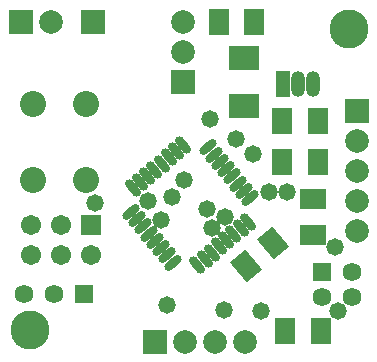
<source format=gts>
G04 Layer_Color=8388736*
%FSLAX24Y24*%
%MOIN*%
G70*
G01*
G75*
G04:AMPARAMS|DCode=33|XSize=29.7mil|YSize=67.1mil|CornerRadius=0mil|HoleSize=0mil|Usage=FLASHONLY|Rotation=310.000|XOffset=0mil|YOffset=0mil|HoleType=Round|Shape=Round|*
%AMOVALD33*
21,1,0.0374,0.0297,0.0000,0.0000,40.0*
1,1,0.0297,-0.0143,-0.0120*
1,1,0.0297,0.0143,0.0120*
%
%ADD33OVALD33*%

G04:AMPARAMS|DCode=34|XSize=29.7mil|YSize=67.1mil|CornerRadius=0mil|HoleSize=0mil|Usage=FLASHONLY|Rotation=40.000|XOffset=0mil|YOffset=0mil|HoleType=Round|Shape=Round|*
%AMOVALD34*
21,1,0.0374,0.0297,0.0000,0.0000,130.0*
1,1,0.0297,0.0120,-0.0143*
1,1,0.0297,-0.0120,0.0143*
%
%ADD34OVALD34*%

%ADD35R,0.0671X0.0867*%
%ADD36R,0.1025X0.0828*%
%ADD37R,0.0867X0.0671*%
G04:AMPARAMS|DCode=38|XSize=67.1mil|YSize=86.7mil|CornerRadius=0mil|HoleSize=0mil|Usage=FLASHONLY|Rotation=40.000|XOffset=0mil|YOffset=0mil|HoleType=Round|Shape=Rectangle|*
%AMROTATEDRECTD38*
4,1,4,0.0022,-0.0548,-0.0536,0.0117,-0.0022,0.0548,0.0536,-0.0117,0.0022,-0.0548,0.0*
%
%ADD38ROTATEDRECTD38*%

%ADD39R,0.0474X0.0867*%
%ADD40O,0.0474X0.0867*%
%ADD41R,0.0789X0.0789*%
%ADD42R,0.0789X0.0789*%
%ADD43C,0.0789*%
%ADD44C,0.1300*%
%ADD45C,0.0671*%
%ADD46R,0.0671X0.0671*%
%ADD47C,0.0867*%
%ADD48C,0.0623*%
%ADD49R,0.0623X0.0623*%
%ADD50C,0.0580*%
D33*
X7107Y7270D02*
D03*
X7310Y7029D02*
D03*
X7512Y6787D02*
D03*
X7715Y6546D02*
D03*
X7917Y6305D02*
D03*
X8120Y6064D02*
D03*
X8322Y5822D02*
D03*
X8525Y5581D02*
D03*
X5961Y3430D02*
D03*
X5759Y3671D02*
D03*
X5556Y3913D02*
D03*
X5354Y4154D02*
D03*
X5151Y4395D02*
D03*
X4949Y4636D02*
D03*
X4746Y4878D02*
D03*
X4544Y5119D02*
D03*
D34*
X8454Y4777D02*
D03*
X8213Y4574D02*
D03*
X7972Y4372D02*
D03*
X7730Y4169D02*
D03*
X7480Y3990D02*
D03*
X7248Y3765D02*
D03*
X7007Y3562D02*
D03*
X6765Y3360D02*
D03*
X4614Y5923D02*
D03*
X4856Y6126D02*
D03*
X5097Y6328D02*
D03*
X5338Y6531D02*
D03*
X5579Y6733D02*
D03*
X5821Y6935D02*
D03*
X6062Y7138D02*
D03*
X6303Y7340D02*
D03*
D35*
X10875Y1150D02*
D03*
X9694D02*
D03*
X7476Y11467D02*
D03*
X8657D02*
D03*
X10775Y6800D02*
D03*
X9594D02*
D03*
X10775Y8150D02*
D03*
X9594D02*
D03*
D36*
X8334Y10257D02*
D03*
Y8643D02*
D03*
D37*
X10634Y5541D02*
D03*
Y4359D02*
D03*
D38*
X8382Y3320D02*
D03*
X9287Y4080D02*
D03*
D39*
X9634Y9400D02*
D03*
D40*
X10134D02*
D03*
X10634D02*
D03*
D41*
X3284Y11450D02*
D03*
X12084Y8500D02*
D03*
X6284Y9450D02*
D03*
D42*
X884Y11450D02*
D03*
X5350Y800D02*
D03*
D43*
X1884Y11450D02*
D03*
X6350Y800D02*
D03*
X7350D02*
D03*
X8350D02*
D03*
X12084Y7500D02*
D03*
Y6500D02*
D03*
Y5500D02*
D03*
Y4500D02*
D03*
X6284Y10450D02*
D03*
Y11450D02*
D03*
D44*
X11811Y11220D02*
D03*
X1181Y1181D02*
D03*
D45*
X1234Y3700D02*
D03*
Y4700D02*
D03*
X2234Y3700D02*
D03*
Y4700D02*
D03*
X3234Y3700D02*
D03*
D46*
Y4700D02*
D03*
D47*
X3070Y8730D02*
D03*
Y6170D02*
D03*
X1298Y8730D02*
D03*
Y6170D02*
D03*
D48*
X11924Y3126D02*
D03*
Y2295D02*
D03*
X10924D02*
D03*
X984Y2400D02*
D03*
X1984D02*
D03*
D49*
X10924Y3126D02*
D03*
X2984Y2400D02*
D03*
D50*
X7196Y8220D02*
D03*
X7656Y1840D02*
D03*
X8906Y1830D02*
D03*
X5116Y5490D02*
D03*
X8066Y7540D02*
D03*
X5760Y2010D02*
D03*
X8626Y7060D02*
D03*
X7087Y5231D02*
D03*
X7686Y4950D02*
D03*
X11356Y3940D02*
D03*
X9756Y5800D02*
D03*
X9146D02*
D03*
X11446Y1820D02*
D03*
X5556Y4850D02*
D03*
X3356Y5410D02*
D03*
X5936Y5610D02*
D03*
X6316Y6170D02*
D03*
X7246Y4570D02*
D03*
M02*

</source>
